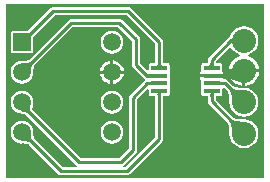
<source format=gtl>
G04 Layer_Physical_Order=1*
G04 Layer_Color=255*
%FSLAX24Y24*%
%MOIN*%
G70*
G01*
G75*
%ADD10R,0.0550X0.0170*%
%ADD11C,0.0100*%
%ADD12C,0.0800*%
%ADD13R,0.0591X0.0591*%
%ADD14C,0.0591*%
G36*
X34917Y29133D02*
X26333D01*
Y34917D01*
X34917D01*
Y29133D01*
D02*
G37*
%LPC*%
G36*
X34200Y32650D02*
X33956D01*
X34107Y32327D01*
X33832Y32423D01*
X33893Y32343D01*
X33998Y32263D01*
X34119Y32213D01*
X34200Y32202D01*
Y32650D01*
D02*
G37*
G36*
X30242Y32600D02*
X29900D01*
Y32258D01*
X29953Y32265D01*
X30049Y32305D01*
X30132Y32368D01*
X30195Y32451D01*
X30235Y32547D01*
X30242Y32600D01*
D02*
G37*
G36*
X33775Y32650D02*
X33752D01*
X33755Y32629D01*
X33768Y32641D01*
X33775Y32650D01*
D02*
G37*
G36*
X33547Y32478D02*
X33544D01*
X33525Y32478D01*
X33493Y32475D01*
X33480Y32473D01*
X33469Y32470D01*
X33460Y32466D01*
X33453Y32461D01*
X33448Y32456D01*
X33445Y32451D01*
X33444Y32444D01*
Y32478D01*
X32793D01*
Y32443D01*
X32801Y32404D01*
X32818Y32379D01*
X32813Y32357D01*
Y32187D01*
X32820Y32156D01*
X32827Y32144D01*
X32820Y32132D01*
X32813Y32101D01*
Y31931D01*
X32820Y31900D01*
X32837Y31873D01*
X32864Y31856D01*
X32895Y31850D01*
X33037D01*
Y31680D01*
X33048Y31629D01*
X33076Y31586D01*
X33711Y30951D01*
X33715Y30947D01*
X33724Y30932D01*
X33733Y30911D01*
X33742Y30884D01*
X33750Y30851D01*
X33757Y30814D01*
X33768Y30663D01*
X33768Y30619D01*
X33766Y30600D01*
X33782Y30475D01*
X33831Y30358D01*
X33908Y30258D01*
X34008Y30181D01*
X34125Y30132D01*
X34250Y30116D01*
X34375Y30132D01*
X34492Y30181D01*
X34592Y30258D01*
X34669Y30358D01*
X34718Y30475D01*
X34734Y30600D01*
X34718Y30725D01*
X34669Y30842D01*
X34592Y30942D01*
X34492Y31019D01*
X34375Y31068D01*
X34250Y31084D01*
X34231Y31082D01*
X34186Y31082D01*
X34081Y31088D01*
X34038Y31093D01*
X33999Y31100D01*
X33966Y31108D01*
X33939Y31117D01*
X33918Y31126D01*
X33903Y31135D01*
X33899Y31139D01*
X33303Y31735D01*
Y31850D01*
X33445D01*
X33476Y31856D01*
X33503Y31873D01*
X33520Y31900D01*
X33527Y31931D01*
Y32101D01*
X33570Y32139D01*
X33573D01*
X33711Y32001D01*
X33715Y31997D01*
X33724Y31982D01*
X33733Y31961D01*
X33742Y31934D01*
X33750Y31901D01*
X33757Y31864D01*
X33768Y31713D01*
X33768Y31669D01*
X33766Y31650D01*
X33782Y31525D01*
X33831Y31408D01*
X33908Y31308D01*
X34008Y31231D01*
X34125Y31182D01*
X34250Y31166D01*
X34375Y31182D01*
X34492Y31231D01*
X34592Y31308D01*
X34669Y31408D01*
X34718Y31525D01*
X34734Y31650D01*
X34718Y31775D01*
X34669Y31892D01*
X34592Y31992D01*
X34492Y32069D01*
X34375Y32118D01*
X34250Y32134D01*
X34231Y32132D01*
X34186Y32132D01*
X34081Y32138D01*
X34038Y32143D01*
X33999Y32150D01*
X33966Y32158D01*
X33939Y32167D01*
X33918Y32176D01*
X33903Y32185D01*
X33899Y32189D01*
X33722Y32366D01*
X33679Y32394D01*
X33628Y32405D01*
X33578D01*
X33547Y32443D01*
Y32478D01*
D02*
G37*
G36*
X29850Y32029D02*
X29752Y32016D01*
X29661Y31978D01*
X29582Y31918D01*
X29522Y31839D01*
X29484Y31748D01*
X29471Y31650D01*
X29484Y31552D01*
X29522Y31461D01*
X29582Y31382D01*
X29661Y31322D01*
X29752Y31284D01*
X29850Y31271D01*
X29948Y31284D01*
X30039Y31322D01*
X30118Y31382D01*
X30178Y31461D01*
X30216Y31552D01*
X30229Y31650D01*
X30216Y31748D01*
X30178Y31839D01*
X30118Y31918D01*
X30039Y31978D01*
X29948Y32016D01*
X29850Y32029D01*
D02*
G37*
G36*
Y31029D02*
X29752Y31016D01*
X29661Y30978D01*
X29582Y30918D01*
X29522Y30839D01*
X29484Y30748D01*
X29471Y30650D01*
X29484Y30552D01*
X29522Y30461D01*
X29582Y30382D01*
X29661Y30322D01*
X29752Y30284D01*
X29850Y30271D01*
X29948Y30284D01*
X30039Y30322D01*
X30118Y30382D01*
X30178Y30461D01*
X30216Y30552D01*
X30229Y30650D01*
X30216Y30748D01*
X30178Y30839D01*
X30118Y30918D01*
X30039Y30978D01*
X29948Y31016D01*
X29850Y31029D01*
D02*
G37*
G36*
X29800Y32600D02*
X29458D01*
X29465Y32547D01*
X29505Y32451D01*
X29568Y32368D01*
X29651Y32305D01*
X29747Y32265D01*
X29800Y32258D01*
Y32600D01*
D02*
G37*
G36*
X34748Y32650D02*
X34300D01*
Y32202D01*
X34381Y32213D01*
X34502Y32263D01*
X34607Y32343D01*
X34687Y32448D01*
X34737Y32569D01*
X34748Y32650D01*
D02*
G37*
G36*
X30400Y34833D02*
X27900D01*
X27849Y34822D01*
X27806Y34794D01*
X27068Y34055D01*
X27051Y34039D01*
X27037Y34029D01*
X27035Y34027D01*
X26555D01*
X26524Y34021D01*
X26497Y34003D01*
X26479Y33976D01*
X26473Y33945D01*
Y33355D01*
X26479Y33324D01*
X26497Y33297D01*
X26524Y33279D01*
X26555Y33273D01*
X27145D01*
X27176Y33279D01*
X27203Y33297D01*
X27221Y33324D01*
X27227Y33355D01*
Y33835D01*
X27228Y33837D01*
X27251Y33863D01*
X27955Y34567D01*
X30345D01*
X31297Y33615D01*
Y32950D01*
X31155D01*
X31124Y32944D01*
X31097Y32927D01*
X31080Y32900D01*
X31073Y32869D01*
Y32735D01*
X31023Y32714D01*
X30783Y32955D01*
Y33750D01*
X30772Y33801D01*
X30744Y33844D01*
X30194Y34394D01*
X30151Y34422D01*
X30100Y34433D01*
X28500D01*
X28449Y34422D01*
X28406Y34394D01*
X27080Y33068D01*
X27070Y33061D01*
X27056Y33054D01*
X27038Y33047D01*
X27016Y33041D01*
X26991Y33036D01*
X26963Y33032D01*
X26892Y33027D01*
X26862Y33027D01*
X26850Y33029D01*
X26752Y33016D01*
X26661Y32978D01*
X26582Y32918D01*
X26522Y32839D01*
X26484Y32748D01*
X26471Y32650D01*
X26484Y32552D01*
X26522Y32461D01*
X26582Y32382D01*
X26661Y32322D01*
X26752Y32284D01*
X26850Y32271D01*
X26948Y32284D01*
X27039Y32322D01*
X27118Y32382D01*
X27178Y32461D01*
X27216Y32552D01*
X27229Y32650D01*
X27227Y32662D01*
X27227Y32692D01*
X27232Y32763D01*
X27236Y32791D01*
X27241Y32816D01*
X27247Y32838D01*
X27254Y32856D01*
X27261Y32870D01*
X27268Y32880D01*
X28555Y34167D01*
X30045D01*
X30517Y33695D01*
Y32900D01*
X30528Y32849D01*
X30556Y32806D01*
X30928Y32434D01*
X30935Y32430D01*
Y32370D01*
X30928Y32366D01*
X30456Y31894D01*
X30428Y31851D01*
X30417Y31800D01*
Y30105D01*
X30095Y29783D01*
X28805D01*
X27220Y31367D01*
X27219Y31368D01*
X27213Y31378D01*
X27208Y31390D01*
X27204Y31404D01*
X27201Y31422D01*
X27199Y31442D01*
X27200Y31466D01*
X27202Y31493D01*
X27207Y31523D01*
X27212Y31544D01*
X27216Y31552D01*
X27229Y31650D01*
X27216Y31748D01*
X27178Y31839D01*
X27118Y31918D01*
X27039Y31978D01*
X26948Y32016D01*
X26850Y32029D01*
X26752Y32016D01*
X26661Y31978D01*
X26582Y31918D01*
X26522Y31839D01*
X26484Y31748D01*
X26471Y31650D01*
X26484Y31552D01*
X26522Y31461D01*
X26582Y31382D01*
X26661Y31322D01*
X26752Y31284D01*
X26766Y31283D01*
X26887Y31250D01*
X26919Y31240D01*
X26974Y31219D01*
X26993Y31210D01*
X27008Y31202D01*
X27017Y31196D01*
X28656Y29556D01*
X28692Y29533D01*
X28690Y29501D01*
X28683Y29483D01*
X28205D01*
X27268Y30420D01*
X27261Y30430D01*
X27254Y30444D01*
X27247Y30462D01*
X27241Y30484D01*
X27236Y30509D01*
X27232Y30537D01*
X27227Y30608D01*
X27227Y30638D01*
X27229Y30650D01*
X27216Y30748D01*
X27178Y30839D01*
X27118Y30918D01*
X27039Y30978D01*
X26948Y31016D01*
X26850Y31029D01*
X26752Y31016D01*
X26661Y30978D01*
X26582Y30918D01*
X26522Y30839D01*
X26484Y30748D01*
X26471Y30650D01*
X26484Y30552D01*
X26522Y30461D01*
X26582Y30382D01*
X26661Y30322D01*
X26752Y30284D01*
X26850Y30271D01*
X26862Y30273D01*
X26892Y30273D01*
X26963Y30268D01*
X26991Y30264D01*
X27016Y30259D01*
X27038Y30253D01*
X27056Y30246D01*
X27070Y30239D01*
X27080Y30232D01*
X28056Y29256D01*
X28099Y29228D01*
X28150Y29217D01*
X30350D01*
X30401Y29228D01*
X30444Y29256D01*
X31524Y30336D01*
X31552Y30379D01*
X31563Y30430D01*
Y31850D01*
X31705D01*
X31736Y31856D01*
X31763Y31873D01*
X31780Y31900D01*
X31787Y31931D01*
Y32101D01*
X31780Y32132D01*
X31773Y32144D01*
X31780Y32156D01*
X31787Y32187D01*
Y32357D01*
X31780Y32388D01*
X31773Y32400D01*
X31780Y32412D01*
X31787Y32443D01*
Y32613D01*
X31780Y32644D01*
X31773Y32656D01*
X31780Y32668D01*
X31787Y32699D01*
Y32869D01*
X31780Y32900D01*
X31763Y32927D01*
X31736Y32944D01*
X31705Y32950D01*
X31563D01*
Y33670D01*
X31552Y33721D01*
X31524Y33764D01*
X30494Y34794D01*
X30451Y34822D01*
X30400Y34833D01*
D02*
G37*
G36*
X34250Y34184D02*
X34125Y34168D01*
X34008Y34119D01*
X33908Y34042D01*
X33831Y33942D01*
X33784Y33829D01*
X33749Y33822D01*
X33706Y33794D01*
X33076Y33164D01*
X33048Y33121D01*
X33037Y33070D01*
Y32950D01*
X32895D01*
X32864Y32944D01*
X32837Y32927D01*
X32820Y32900D01*
X32813Y32869D01*
Y32699D01*
X32818Y32677D01*
X32801Y32652D01*
X32793Y32613D01*
Y32578D01*
X33444D01*
Y32612D01*
X33445Y32605D01*
X33448Y32600D01*
X33453Y32594D01*
X33460Y32590D01*
X33469Y32586D01*
X33480Y32583D01*
X33493Y32581D01*
X33508Y32579D01*
X33525Y32578D01*
X33544Y32578D01*
X33547D01*
Y32613D01*
X33539Y32652D01*
X33522Y32677D01*
X33527Y32699D01*
Y32869D01*
X33520Y32900D01*
X33503Y32927D01*
X33476Y32944D01*
X33445Y32950D01*
X33303D01*
Y33015D01*
X33774Y33486D01*
X33823Y33477D01*
X33831Y33458D01*
X33908Y33358D01*
X34008Y33281D01*
X34114Y33237D01*
X34118Y33201D01*
X34114Y33185D01*
X33998Y33137D01*
X33893Y33057D01*
X33813Y32952D01*
X33763Y32831D01*
X33752Y32750D01*
X33839D01*
X33854Y32782D01*
X33872Y32830D01*
X33909Y32750D01*
X34748D01*
X34737Y32831D01*
X34687Y32952D01*
X34607Y33057D01*
X34502Y33137D01*
X34386Y33185D01*
X34382Y33201D01*
X34386Y33237D01*
X34492Y33281D01*
X34592Y33358D01*
X34669Y33458D01*
X34718Y33575D01*
X34734Y33700D01*
X34718Y33825D01*
X34669Y33942D01*
X34592Y34042D01*
X34492Y34119D01*
X34375Y34168D01*
X34250Y34184D01*
D02*
G37*
G36*
X29850Y34029D02*
X29752Y34016D01*
X29661Y33978D01*
X29582Y33918D01*
X29522Y33839D01*
X29484Y33748D01*
X29471Y33650D01*
X29484Y33552D01*
X29522Y33461D01*
X29582Y33382D01*
X29661Y33322D01*
X29752Y33284D01*
X29850Y33271D01*
X29948Y33284D01*
X30039Y33322D01*
X30118Y33382D01*
X30178Y33461D01*
X30216Y33552D01*
X30229Y33650D01*
X30216Y33748D01*
X30178Y33839D01*
X30118Y33918D01*
X30039Y33978D01*
X29948Y34016D01*
X29850Y34029D01*
D02*
G37*
G36*
X29800Y33042D02*
X29747Y33035D01*
X29651Y32995D01*
X29568Y32932D01*
X29505Y32849D01*
X29465Y32753D01*
X29458Y32700D01*
X29800D01*
Y33042D01*
D02*
G37*
G36*
X29900D02*
Y32700D01*
X30242D01*
X30235Y32753D01*
X30195Y32849D01*
X30132Y32932D01*
X30049Y32995D01*
X29953Y33035D01*
X29900Y33042D01*
D02*
G37*
%LPD*%
G36*
X33855Y32119D02*
X33880Y32104D01*
X33909Y32091D01*
X33943Y32079D01*
X33982Y32070D01*
X34026Y32062D01*
X34074Y32056D01*
X34184Y32050D01*
X34246Y32050D01*
X33850Y31654D01*
X33850Y31716D01*
X33838Y31874D01*
X33830Y31918D01*
X33821Y31957D01*
X33809Y31991D01*
X33796Y32020D01*
X33781Y32045D01*
X33764Y32065D01*
X33835Y32136D01*
X33855Y32119D01*
D02*
G37*
G36*
Y31069D02*
X33880Y31054D01*
X33909Y31041D01*
X33943Y31029D01*
X33982Y31020D01*
X34026Y31012D01*
X34074Y31006D01*
X34184Y31000D01*
X34246Y31000D01*
X33850Y30604D01*
X33850Y30666D01*
X33838Y30824D01*
X33830Y30868D01*
X33821Y30907D01*
X33809Y30941D01*
X33796Y30970D01*
X33781Y30995D01*
X33764Y31015D01*
X33835Y31086D01*
X33855Y31069D01*
D02*
G37*
G36*
X33261Y31931D02*
X33252Y31928D01*
X33245Y31923D01*
X33238Y31916D01*
X33233Y31907D01*
X33228Y31896D01*
X33224Y31883D01*
X33222Y31868D01*
X33221Y31851D01*
X33220Y31832D01*
X33120D01*
X33119Y31851D01*
X33118Y31868D01*
X33115Y31883D01*
X33112Y31896D01*
X33108Y31907D01*
X33102Y31916D01*
X33096Y31923D01*
X33088Y31928D01*
X33080Y31931D01*
X33070Y31932D01*
X33270D01*
X33261Y31931D01*
D02*
G37*
G36*
X33445Y32349D02*
X33448Y32344D01*
X33453Y32339D01*
X33460Y32334D01*
X33469Y32330D01*
X33480Y32327D01*
X33493Y32325D01*
X33508Y32323D01*
X33525Y32322D01*
X33544Y32322D01*
Y32222D01*
X33525Y32222D01*
X33493Y32219D01*
X33480Y32217D01*
X33469Y32214D01*
X33460Y32210D01*
X33453Y32206D01*
X33448Y32200D01*
X33445Y32195D01*
X33444Y32188D01*
Y32356D01*
X33445Y32349D01*
D02*
G37*
G36*
X27127Y31539D02*
X27121Y31504D01*
X27118Y31471D01*
X27117Y31440D01*
X27119Y31412D01*
X27124Y31385D01*
X27131Y31361D01*
X27141Y31339D01*
X27154Y31319D01*
X27169Y31302D01*
X27080Y31249D01*
X27067Y31260D01*
X27050Y31272D01*
X27030Y31283D01*
X27005Y31294D01*
X26946Y31317D01*
X26910Y31328D01*
X26782Y31363D01*
X27136Y31576D01*
X27127Y31539D01*
D02*
G37*
G36*
X27215Y33944D02*
X27195Y33923D01*
X27163Y33886D01*
X27152Y33870D01*
X27143Y33855D01*
X27138Y33842D01*
X27135Y33830D01*
X27135Y33819D01*
X27137Y33810D01*
X27143Y33803D01*
X27003Y33943D01*
X27010Y33937D01*
X27019Y33935D01*
X27030Y33935D01*
X27042Y33938D01*
X27055Y33943D01*
X27070Y33952D01*
X27086Y33963D01*
X27104Y33978D01*
X27144Y34015D01*
X27215Y33944D01*
D02*
G37*
G36*
X31073Y32065D02*
Y31931D01*
X31080Y31900D01*
X31097Y31873D01*
X31124Y31856D01*
X31155Y31850D01*
X31297D01*
Y30485D01*
X30295Y29483D01*
X30217D01*
X30210Y29501D01*
X30208Y29533D01*
X30244Y29556D01*
X30644Y29956D01*
X30672Y29999D01*
X30683Y30050D01*
Y31745D01*
X31023Y32086D01*
X31073Y32065D01*
D02*
G37*
G36*
X27146Y30605D02*
X27151Y30529D01*
X27156Y30495D01*
X27162Y30464D01*
X27170Y30436D01*
X27179Y30411D01*
X27190Y30389D01*
X27202Y30370D01*
X27216Y30354D01*
X27146Y30284D01*
X27130Y30298D01*
X27111Y30310D01*
X27089Y30321D01*
X27064Y30330D01*
X27036Y30338D01*
X27005Y30344D01*
X26971Y30349D01*
X26895Y30354D01*
X26853Y30355D01*
X27145Y30647D01*
X27146Y30605D01*
D02*
G37*
G36*
X31481Y32948D02*
X31482Y32931D01*
X31484Y32916D01*
X31488Y32903D01*
X31493Y32892D01*
X31498Y32883D01*
X31504Y32875D01*
X31512Y32870D01*
X31521Y32867D01*
X31530Y32866D01*
X31330D01*
X31339Y32867D01*
X31348Y32870D01*
X31356Y32875D01*
X31362Y32883D01*
X31367Y32892D01*
X31372Y32903D01*
X31376Y32916D01*
X31378Y32931D01*
X31379Y32948D01*
X31380Y32968D01*
X31480D01*
X31481Y32948D01*
D02*
G37*
G36*
X27216Y32946D02*
X27202Y32930D01*
X27190Y32911D01*
X27179Y32889D01*
X27170Y32864D01*
X27162Y32836D01*
X27156Y32805D01*
X27151Y32771D01*
X27146Y32695D01*
X27145Y32653D01*
X26853Y32945D01*
X26895Y32946D01*
X26971Y32951D01*
X27005Y32956D01*
X27036Y32962D01*
X27064Y32970D01*
X27089Y32979D01*
X27111Y32990D01*
X27130Y33002D01*
X27146Y33016D01*
X27216Y32946D01*
D02*
G37*
G36*
X31156Y32444D02*
X31155Y32451D01*
X31152Y32456D01*
X31147Y32461D01*
X31140Y32466D01*
X31131Y32470D01*
X31120Y32473D01*
X31107Y32475D01*
X31092Y32477D01*
X31075Y32478D01*
X31056Y32478D01*
Y32578D01*
X31075Y32578D01*
X31107Y32581D01*
X31120Y32583D01*
X31131Y32586D01*
X31140Y32590D01*
X31147Y32594D01*
X31152Y32600D01*
X31155Y32605D01*
X31156Y32612D01*
Y32444D01*
D02*
G37*
G36*
X31521Y31931D02*
X31512Y31928D01*
X31504Y31923D01*
X31498Y31916D01*
X31493Y31907D01*
X31488Y31896D01*
X31484Y31883D01*
X31482Y31868D01*
X31481Y31851D01*
X31480Y31832D01*
X31380D01*
X31379Y31851D01*
X31378Y31868D01*
X31376Y31883D01*
X31372Y31896D01*
X31367Y31907D01*
X31362Y31916D01*
X31356Y31923D01*
X31348Y31928D01*
X31339Y31931D01*
X31330Y31932D01*
X31530D01*
X31521Y31931D01*
D02*
G37*
G36*
X31156Y32188D02*
X31155Y32195D01*
X31152Y32200D01*
X31147Y32206D01*
X31140Y32210D01*
X31131Y32214D01*
X31120Y32217D01*
X31107Y32219D01*
X31092Y32221D01*
X31075Y32222D01*
X31056Y32222D01*
Y32322D01*
X31075Y32322D01*
X31107Y32325D01*
X31120Y32327D01*
X31131Y32330D01*
X31140Y32334D01*
X31147Y32339D01*
X31152Y32344D01*
X31155Y32349D01*
X31156Y32356D01*
Y32188D01*
D02*
G37*
G36*
X33854Y33642D02*
X33854Y33643D01*
X33852Y33645D01*
X33849Y33646D01*
X33845Y33647D01*
X33840Y33648D01*
X33834Y33649D01*
X33819Y33650D01*
X33800Y33650D01*
Y33750D01*
X33810Y33750D01*
X33840Y33752D01*
X33845Y33753D01*
X33849Y33754D01*
X33852Y33755D01*
X33854Y33757D01*
X33854Y33758D01*
Y33642D01*
D02*
G37*
G36*
X33221Y32948D02*
X33222Y32931D01*
X33224Y32916D01*
X33228Y32903D01*
X33233Y32892D01*
X33238Y32883D01*
X33245Y32875D01*
X33252Y32870D01*
X33261Y32867D01*
X33270Y32866D01*
X33070D01*
X33080Y32867D01*
X33088Y32870D01*
X33096Y32875D01*
X33102Y32883D01*
X33108Y32892D01*
X33112Y32903D01*
X33115Y32916D01*
X33118Y32931D01*
X33119Y32948D01*
X33120Y32968D01*
X33220D01*
X33221Y32948D01*
D02*
G37*
D10*
X31430Y32784D02*
D03*
Y32528D02*
D03*
Y32272D02*
D03*
Y32016D02*
D03*
X33170D02*
D03*
Y32272D02*
D03*
Y32528D02*
D03*
Y32784D02*
D03*
D11*
Y31680D02*
X34250Y30600D01*
X33170Y31680D02*
Y32016D01*
X33800Y33700D02*
X34250D01*
X33170Y33070D02*
X33800Y33700D01*
X33170Y32784D02*
Y33070D01*
X33628Y32272D02*
X34250Y31650D01*
X33170Y32272D02*
X33628D01*
X34078Y32528D02*
X34250Y32700D01*
X33170Y32528D02*
X34078D01*
X26850Y31550D02*
Y31650D01*
Y31550D02*
X28750Y29650D01*
X26850Y30650D02*
X28150Y29350D01*
X30350D01*
X31430Y30430D01*
Y32016D01*
X28750Y29650D02*
X30150D01*
X30550Y30050D01*
Y31800D01*
X31022Y32272D01*
X31430D01*
X26850Y32650D02*
X28500Y34300D01*
X30100D01*
X30650Y33750D01*
Y32900D02*
Y33750D01*
Y32900D02*
X31022Y32528D01*
X31430D01*
X26850Y33650D02*
X27900Y34700D01*
X30400D01*
X31430Y33670D01*
Y32784D02*
Y33670D01*
D12*
X34250Y30600D02*
D03*
Y31650D02*
D03*
Y32700D02*
D03*
Y33700D02*
D03*
D13*
X26850Y33650D02*
D03*
D14*
Y32650D02*
D03*
Y31650D02*
D03*
Y30650D02*
D03*
X29850Y33650D02*
D03*
Y32650D02*
D03*
Y31650D02*
D03*
Y30650D02*
D03*
M02*

</source>
